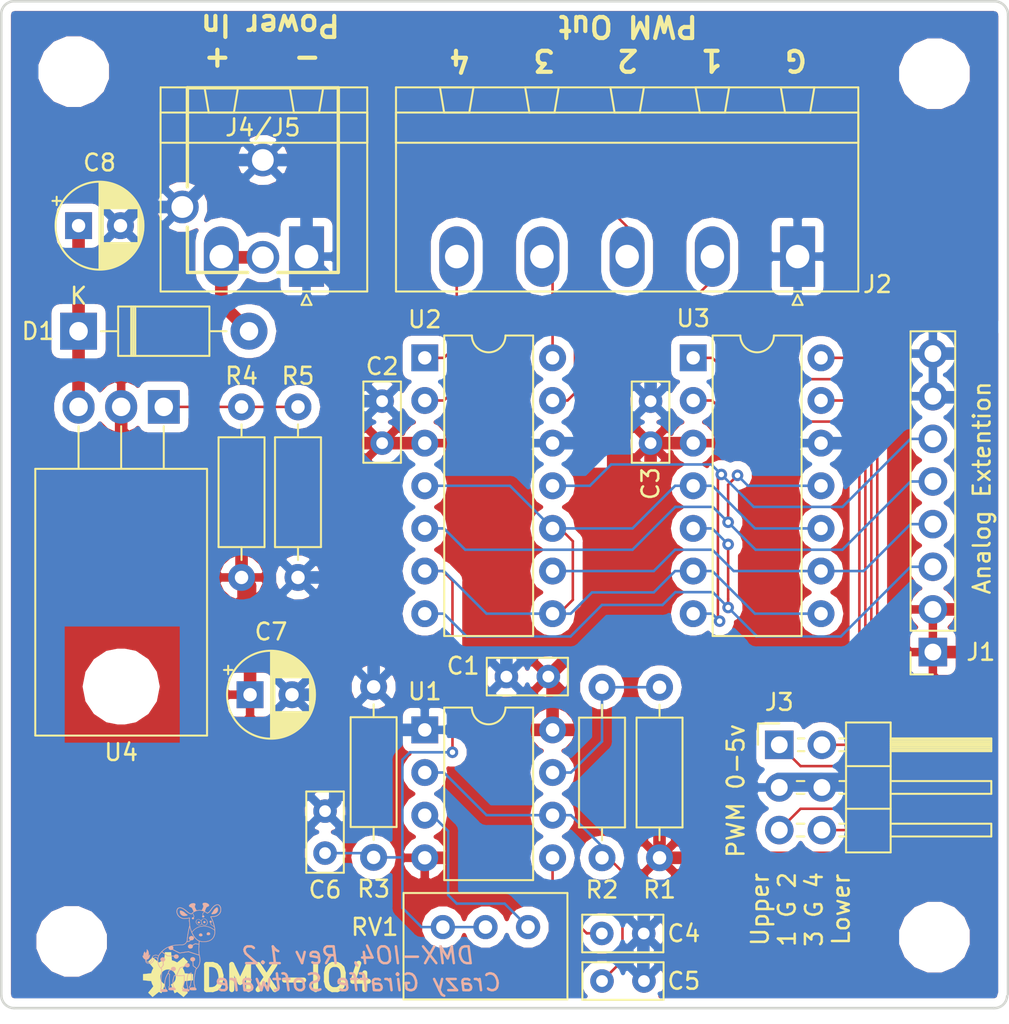
<source format=kicad_pcb>
(kicad_pcb (version 20171130) (host pcbnew "(5.0.0)")
  (title_block (title "DMX Demonstrator - Analog IO PWM (DMX-IO4)") (date 2023-07-01) (rev 1.2) (company "Crazy Giraffe Software") (comment 2 "Designed by: SparkyBobo") (comment 3 https://creativecommons.org/licenses/by-sa/4.0/) (comment 4 "Released under the Creative Commons Attribution Share-Alike 4.0m License"))
  (layers (0 F.Cu signal hide) (31 B.Cu signal hide) (34 B.Paste user) (35 F.Paste user) (36 B.SilkS user) (37 F.SilkS user) (38 B.Mask user) (39 F.Mask user) (44 Edge.Cuts user))
  (net 0 "")
  (net 1 GND)
  (net 2 /AO1)
  (net 3 /AO0)
  (net 4 /AO3)
  (net 5 /AO2)
  (net 6 "Net-(J2-Pad2)")
  (net 7 "Net-(J2-Pad3)")
  (net 8 "Net-(J2-Pad4)")
  (net 9 "Net-(J2-Pad5)")
  (net 10 "Net-(R1-Pad2)")
  (net 11 +5V)
  (net 12 "Net-(C4-Pad2)")
  (net 13 "Net-(RV1-Pad1)")
  (net 14 "Net-(R4-Pad1)")
  (net 15 "Net-(D1-Pad2)")
  (net 16 "Net-(C2-Pad1)")
  (net 17 "Net-(J3-Pad1)")
  (net 18 "Net-(J3-Pad2)")
  (net 19 "Net-(J3-Pad5)")
  (net 20 "Net-(J3-Pad6)")
  (net 21 "Net-(C8-Pad1)")
  (net 22 "Net-(C6-Pad1)")
  (net 23 "Net-(C5-Pad2)")
  (module Connector_PinHeader_2.54mm:PinHeader_2x03_P2.54mm_Horizontal (layer F.Cu) (at 162.6108 111.252)
    (fp_text reference J3 (at 0 -2.54) (layer F.SilkS))
    (fp_text value "+5V Output")
    (pad 1 thru_hole rect (at 0 0) (size 1.7 1.7) (drill 1) (layers *.Cu *.Mask) (net 17 "Net-(J3-Pad1)"))
    (pad 2 thru_hole oval (at 2.54 0) (size 1.7 1.7) (drill 1) (layers *.Cu *.Mask) (net 18 "Net-(J3-Pad2)"))
    (pad 3 thru_hole oval (at 0 2.54) (size 1.7 1.7) (drill 1) (layers *.Cu *.Mask) (net 1 GND))
    (pad 4 thru_hole oval (at 2.54 2.54) (size 1.7 1.7) (drill 1) (layers *.Cu *.Mask) (net 1 GND))
    (pad 5 thru_hole oval (at 0 5.08) (size 1.7 1.7) (drill 1) (layers *.Cu *.Mask) (net 19 "Net-(J3-Pad5)"))
    (pad 6 thru_hole oval (at 2.54 5.08) (size 1.7 1.7) (drill 1) (layers *.Cu *.Mask) (net 20 "Net-(J3-Pad6)"))
  )
  (module Capacitor_THT:CP_Radial_D5.0mm_P2.50mm (layer F.Cu) (at 120.8405 80.3275)
    (fp_text reference C8 (at 1.25 -3.75) (layer F.SilkS))
    (fp_text value 10uF)
    (pad 1 thru_hole rect (at 0 0) (size 1.6 1.6) (drill 0.8) (layers *.Cu *.Mask) (net 21 "Net-(C8-Pad1)"))
    (pad 2 thru_hole circle (at 2.5 0) (size 1.6 1.6) (drill 0.8) (layers *.Cu *.Mask) (net 1 GND))
  )
  (module Capacitor_THT:C_Rect_L4.6mm_W2.0mm_P2.50mm_MKS02_FKP02 (layer F.Cu) (at 135.5344 117.7036 90)
    (fp_text reference C6 (at -2.1844 0 180) (layer F.SilkS))
    (fp_text value 0.68uF)
    (pad 1 thru_hole circle (at 0 0 90) (size 1.4 1.4) (drill 0.7) (layers *.Cu *.Mask) (net 22 "Net-(C6-Pad1)"))
    (pad 2 thru_hole circle (at 2.5 0 90) (size 1.4 1.4) (drill 0.7) (layers *.Cu *.Mask) (net 1 GND))
  )
  (module Package_DIP:DIP-14_W7.62mm (layer F.Cu) (at 157.48 88.2015)
    (fp_text reference U3 (at 0 -2.3495) (layer F.SilkS))
    (fp_text value LM339)
    (pad 1 thru_hole rect (at 0 0) (size 1.6 1.6) (drill 0.8) (layers *.Cu *.Mask) (net 19 "Net-(J3-Pad5)"))
    (pad 8 thru_hole oval (at 7.62 15.24) (size 1.6 1.6) (drill 0.8) (layers *.Cu *.Mask) (net 22 "Net-(C6-Pad1)"))
    (pad 2 thru_hole oval (at 0 2.54) (size 1.6 1.6) (drill 0.8) (layers *.Cu *.Mask) (net 18 "Net-(J3-Pad2)"))
    (pad 9 thru_hole oval (at 7.62 12.7) (size 1.6 1.6) (drill 0.8) (layers *.Cu *.Mask) (net 5 /AO2))
    (pad 3 thru_hole oval (at 0 5.08) (size 1.6 1.6) (drill 0.8) (layers *.Cu *.Mask) (net 11 +5V))
    (pad 10 thru_hole oval (at 7.62 10.16) (size 1.6 1.6) (drill 0.8) (layers *.Cu *.Mask) (net 22 "Net-(C6-Pad1)"))
    (pad 4 thru_hole oval (at 0 7.62) (size 1.6 1.6) (drill 0.8) (layers *.Cu *.Mask) (net 22 "Net-(C6-Pad1)"))
    (pad 11 thru_hole oval (at 7.62 7.62) (size 1.6 1.6) (drill 0.8) (layers *.Cu *.Mask) (net 2 /AO1))
    (pad 5 thru_hole oval (at 0 10.16) (size 1.6 1.6) (drill 0.8) (layers *.Cu *.Mask) (net 4 /AO3))
    (pad 12 thru_hole oval (at 7.62 5.08) (size 1.6 1.6) (drill 0.8) (layers *.Cu *.Mask) (net 1 GND))
    (pad 6 thru_hole oval (at 0 12.7) (size 1.6 1.6) (drill 0.8) (layers *.Cu *.Mask) (net 22 "Net-(C6-Pad1)"))
    (pad 13 thru_hole oval (at 7.62 2.54) (size 1.6 1.6) (drill 0.8) (layers *.Cu *.Mask) (net 17 "Net-(J3-Pad1)"))
    (pad 7 thru_hole oval (at 0 15.24) (size 1.6 1.6) (drill 0.8) (layers *.Cu *.Mask) (net 3 /AO0))
    (pad 14 thru_hole oval (at 7.62 0) (size 1.6 1.6) (drill 0.8) (layers *.Cu *.Mask) (net 20 "Net-(J3-Pad6)"))
  )
  (module Package_TO_SOT_THT:TO-220-3_Horizontal_TabDown (layer F.Cu) (at 125.9205 91.1225 180)
    (fp_text reference U4 (at 2.54 -20.58 180) (layer F.SilkS))
    (fp_text value LM317T)
    (pad "" np_thru_hole oval (at 2.54 -16.66 180) (size 3.5 3.5) (drill 3.5) (layers *.Cu *.Mask))
    (pad 1 thru_hole rect (at 0 0 180) (size 1.905 2) (drill 1.1) (layers *.Cu *.Mask) (net 14 "Net-(R4-Pad1)"))
    (pad 2 thru_hole oval (at 2.54 0 180) (size 1.905 2) (drill 1.1) (layers *.Cu *.Mask) (net 16 "Net-(C2-Pad1)"))
    (pad 3 thru_hole oval (at 5.08 0 180) (size 1.905 2) (drill 1.1) (layers *.Cu *.Mask) (net 21 "Net-(C8-Pad1)"))
  )
  (module Connector_Phoenix_MSTB:PhoenixContact_MSTBA_2,5_5-G-5,08_1x05_P5.08mm_Horizontal (layer F.Cu) (at 163.703 82.169 180)
    (fp_text reference J2 (at -4.7625 -1.651 180) (layer F.SilkS))
    (fp_text value "Vo Output")
    (pad 1 thru_hole rect (at 0 0 180) (size 2.08 3.6) (drill 1.4) (layers *.Cu *.Mask) (net 1 GND))
    (pad 2 thru_hole oval (at 5.08 0 180) (size 2.08 3.6) (drill 1.4) (layers *.Cu *.Mask) (net 6 "Net-(J2-Pad2)"))
    (pad 3 thru_hole oval (at 10.16 0 180) (size 2.08 3.6) (drill 1.4) (layers *.Cu *.Mask) (net 7 "Net-(J2-Pad3)"))
    (pad 4 thru_hole oval (at 15.24 0 180) (size 2.08 3.6) (drill 1.4) (layers *.Cu *.Mask) (net 8 "Net-(J2-Pad4)"))
    (pad 5 thru_hole oval (at 20.32 0 180) (size 2.08 3.6) (drill 1.4) (layers *.Cu *.Mask) (net 9 "Net-(J2-Pad5)"))
  )
  (module Capacitor_THT:CP_Radial_D5.0mm_P2.50mm (layer F.Cu) (at 131.064 108.2675)
    (fp_text reference C7 (at 1.25 -3.75) (layer F.SilkS))
    (fp_text value 10uF)
    (pad 1 thru_hole rect (at 0 0) (size 1.6 1.6) (drill 0.8) (layers *.Cu *.Mask) (net 16 "Net-(C2-Pad1)"))
    (pad 2 thru_hole circle (at 2.5 0) (size 1.6 1.6) (drill 0.8) (layers *.Cu *.Mask) (net 1 GND))
  )
  (module Connector_Phoenix_MSTB:PhoenixContact_MSTBA_2,5_2-G-5,08_1x02_P5.08mm_Horizontal (layer F.Cu) (at 134.4295 82.169 180)
    (fp_text reference J4 hide)
    (fp_text value Power)
    (pad 1 thru_hole rect (at 0 0 180) (size 2.08 3.6) (drill 1.4) (layers *.Cu *.Mask) (net 1 GND))
    (pad 2 thru_hole oval (at 5.08 0 180) (size 2.08 3.6) (drill 1.4) (layers *.Cu *.Mask) (net 15 "Net-(D1-Pad2)"))
  )
  (module Connectors:POWER_JACK_PTH_BREAD (layer F.Cu) (at 131.826 68.5165 180)
    (fp_text reference J5 hide)
    (fp_text value Power hide)
    (pad GND thru_hole circle (at 0 -7.8994 180) (size 1.94818 1.94818) (drill 1.29794) (layers *.Cu *.Mask) (net 1 GND))
    (pad GNDB thru_hole circle (at 4.79806 -10.69848 180) (size 1.94818 1.94818) (drill 1.29794) (layers *.Cu *.Mask) (net 1 GND))
    (pad PWR thru_hole circle (at 0 -13.69822 180) (size 1.94818 1.94818) (drill 1.29794) (layers *.Cu *.Mask) (net 15 "Net-(D1-Pad2)"))
  )
  (module Diode_THT:D_DO-41_SOD81_P10.16mm_Horizontal (layer F.Cu) (at 120.8405 86.614)
    (fp_text reference D1 (at -2.413 0) (layer F.SilkS))
    (fp_text value 1N5819)
    (fp_text user K (at 0 -2.1) (layer F.SilkS))
    (pad 1 thru_hole rect (at 0 0) (size 2.2 2.2) (drill 1.1) (layers *.Cu *.Mask) (net 21 "Net-(C8-Pad1)"))
    (pad 2 thru_hole oval (at 10.16 0) (size 2.2 2.2) (drill 1.1) (layers *.Cu *.Mask) (net 15 "Net-(D1-Pad2)"))
  )
  (module Resistor_THT:R_Axial_DIN0207_L6.3mm_D2.5mm_P10.16mm_Horizontal (layer F.Cu) (at 130.556 91.1225 270)
    (fp_text reference R4 (at -1.8415 0 180) (layer F.SilkS))
    (fp_text value "392 1%")
    (pad 2 thru_hole oval (at 10.16 0 270) (size 1.6 1.6) (drill 0.8) (layers *.Cu *.Mask) (net 16 "Net-(C2-Pad1)"))
    (pad 1 thru_hole circle (at 0 0 270) (size 1.6 1.6) (drill 0.8) (layers *.Cu *.Mask) (net 14 "Net-(R4-Pad1)"))
  )
  (module Resistor_THT:R_Axial_DIN0207_L6.3mm_D2.5mm_P10.16mm_Horizontal (layer F.Cu) (at 133.9215 101.2825 90)
    (fp_text reference R5 (at 12.0015 0 180) (layer F.SilkS))
    (fp_text value "2.74k 1%")
    (pad 1 thru_hole circle (at 0 0 90) (size 1.6 1.6) (drill 0.8) (layers *.Cu *.Mask) (net 1 GND))
    (pad 2 thru_hole oval (at 10.16 0 90) (size 1.6 1.6) (drill 0.8) (layers *.Cu *.Mask) (net 14 "Net-(R4-Pad1)"))
  )
  (module Package_DIP:DIP-14_W7.62mm (layer F.Cu) (at 141.478 88.2015)
    (fp_text reference U2 (at 0 -2.286) (layer F.SilkS))
    (fp_text value LM339)
    (pad 14 thru_hole oval (at 7.62 0) (size 1.6 1.6) (drill 0.8) (layers *.Cu *.Mask) (net 8 "Net-(J2-Pad4)"))
    (pad 7 thru_hole oval (at 0 15.24) (size 1.6 1.6) (drill 0.8) (layers *.Cu *.Mask) (net 4 /AO3))
    (pad 13 thru_hole oval (at 7.62 2.54) (size 1.6 1.6) (drill 0.8) (layers *.Cu *.Mask) (net 6 "Net-(J2-Pad2)"))
    (pad 6 thru_hole oval (at 0 12.7) (size 1.6 1.6) (drill 0.8) (layers *.Cu *.Mask) (net 22 "Net-(C6-Pad1)"))
    (pad 12 thru_hole oval (at 7.62 5.08) (size 1.6 1.6) (drill 0.8) (layers *.Cu *.Mask) (net 1 GND))
    (pad 5 thru_hole oval (at 0 10.16) (size 1.6 1.6) (drill 0.8) (layers *.Cu *.Mask) (net 2 /AO1))
    (pad 11 thru_hole oval (at 7.62 7.62) (size 1.6 1.6) (drill 0.8) (layers *.Cu *.Mask) (net 3 /AO0))
    (pad 4 thru_hole oval (at 0 7.62) (size 1.6 1.6) (drill 0.8) (layers *.Cu *.Mask) (net 22 "Net-(C6-Pad1)"))
    (pad 10 thru_hole oval (at 7.62 10.16) (size 1.6 1.6) (drill 0.8) (layers *.Cu *.Mask) (net 22 "Net-(C6-Pad1)"))
    (pad 3 thru_hole oval (at 0 5.08) (size 1.6 1.6) (drill 0.8) (layers *.Cu *.Mask) (net 16 "Net-(C2-Pad1)"))
    (pad 9 thru_hole oval (at 7.62 12.7) (size 1.6 1.6) (drill 0.8) (layers *.Cu *.Mask) (net 5 /AO2))
    (pad 2 thru_hole oval (at 0 2.54) (size 1.6 1.6) (drill 0.8) (layers *.Cu *.Mask) (net 7 "Net-(J2-Pad3)"))
    (pad 8 thru_hole oval (at 7.62 15.24) (size 1.6 1.6) (drill 0.8) (layers *.Cu *.Mask) (net 22 "Net-(C6-Pad1)"))
    (pad 1 thru_hole rect (at 0 0) (size 1.6 1.6) (drill 0.8) (layers *.Cu *.Mask) (net 9 "Net-(J2-Pad5)"))
  )
  (module Capacitor_THT:C_Rect_L4.6mm_W2.0mm_P2.50mm_MKS02_FKP02 (layer F.Cu) (at 154.94 93.2815 90)
    (fp_text reference C3 (at -2.413 0 90) (layer F.SilkS))
    (fp_text value 0.1uF)
    (pad 1 thru_hole circle (at 0 0 90) (size 1.4 1.4) (drill 0.7) (layers *.Cu *.Mask) (net 11 +5V))
    (pad 2 thru_hole circle (at 2.5 0 90) (size 1.4 1.4) (drill 0.7) (layers *.Cu *.Mask) (net 1 GND))
  )
  (module Capacitor_THT:C_Rect_L4.6mm_W2.0mm_P2.50mm_MKS02_FKP02 (layer F.Cu) (at 154.5317 122.4915 180)
    (fp_text reference C4 (at -2.3895 0 180) (layer F.SilkS))
    (fp_text value 100nf)
    (pad 2 thru_hole circle (at 2.5 0 180) (size 1.4 1.4) (drill 0.7) (layers *.Cu *.Mask) (net 12 "Net-(C4-Pad2)"))
    (pad 1 thru_hole circle (at 0 0 180) (size 1.4 1.4) (drill 0.7) (layers *.Cu *.Mask) (net 1 GND))
  )
  (module Capacitor_THT:C_Rect_L4.6mm_W2.0mm_P2.50mm_MKS02_FKP02 (layer F.Cu) (at 154.5444 125.3236 180)
    (fp_text reference C5 (at -2.3768 0) (layer F.SilkS))
    (fp_text value 0.68uF)
    (pad 1 thru_hole circle (at 0 0 180) (size 1.4 1.4) (drill 0.7) (layers *.Cu *.Mask) (net 1 GND))
    (pad 2 thru_hole circle (at 2.5 0 180) (size 1.4 1.4) (drill 0.7) (layers *.Cu *.Mask) (net 23 "Net-(C5-Pad2)"))
  )
  (module Potentiometer_THT:Potentiometer_Bourns_3299W_Vertical (layer F.Cu) (at 147.6375 122.1105)
    (fp_text reference RV1 (at -9.144 0 -180) (layer F.SilkS))
    (fp_text value 10k)
    (pad 1 thru_hole circle (at 0 0) (size 1.44 1.44) (drill 0.8) (layers *.Cu *.Mask) (net 13 "Net-(RV1-Pad1)"))
    (pad 2 thru_hole circle (at -2.54 0) (size 1.44 1.44) (drill 0.8) (layers *.Cu *.Mask) (net 22 "Net-(C6-Pad1)"))
    (pad 3 thru_hole circle (at -5.08 0) (size 1.44 1.44) (drill 0.8) (layers *.Cu *.Mask) (net 22 "Net-(C6-Pad1)"))
  )
  (module Resistor_THT:R_Axial_DIN0207_L6.3mm_D2.5mm_P10.16mm_Horizontal (layer F.Cu) (at 155.4734 117.983 90)
    (fp_text reference R1 (at -1.905 0 180) (layer F.SilkS))
    (fp_text value 330)
    (pad 2 thru_hole oval (at 10.16 0 90) (size 1.6 1.6) (drill 0.8) (layers *.Cu *.Mask) (net 10 "Net-(R1-Pad2)"))
    (pad 1 thru_hole circle (at 0 0 90) (size 1.6 1.6) (drill 0.8) (layers *.Cu *.Mask) (net 11 +5V))
  )
  (module Resistor_THT:R_Axial_DIN0207_L6.3mm_D2.5mm_P10.16mm_Horizontal (layer F.Cu) (at 152.0444 107.823 270)
    (fp_text reference R2 (at 12.065 0) (layer F.SilkS))
    (fp_text value 10k)
    (pad 1 thru_hole circle (at 0 0 270) (size 1.6 1.6) (drill 0.8) (layers *.Cu *.Mask) (net 10 "Net-(R1-Pad2)"))
    (pad 2 thru_hole oval (at 10.16 0 270) (size 1.6 1.6) (drill 0.8) (layers *.Cu *.Mask) (net 23 "Net-(C5-Pad2)"))
  )
  (module Resistor_THT:R_Axial_DIN0207_L6.3mm_D2.5mm_P10.16mm_Horizontal (layer F.Cu) (at 138.43 107.7976 270)
    (fp_text reference R3 (at 12.0396 0) (layer F.SilkS))
    (fp_text value 10k)
    (pad 2 thru_hole oval (at 10.16 0 270) (size 1.6 1.6) (drill 0.8) (layers *.Cu *.Mask) (net 22 "Net-(C6-Pad1)"))
    (pad 1 thru_hole circle (at 0 0 270) (size 1.6 1.6) (drill 0.8) (layers *.Cu *.Mask) (net 1 GND))
  )
  (module Connector_PinSocket_2.54mm:PinSocket_1x08_P2.54mm_Vertical (layer F.Cu) (at 171.7675 105.7275 180)
    (fp_text reference J1 (at -2.8575 0 180) (layer F.SilkS))
    (fp_text value "Analog Extension")
    (pad 1 thru_hole rect (at 0 0 180) (size 1.7 1.7) (drill 1) (layers *.Cu *.Mask) (net 11 +5V))
    (pad 2 thru_hole oval (at 0 2.54 180) (size 1.7 1.7) (drill 1) (layers *.Cu *.Mask) (net 11 +5V))
    (pad 3 thru_hole oval (at 0 5.08 180) (size 1.7 1.7) (drill 1) (layers *.Cu *.Mask) (net 4 /AO3))
    (pad 4 thru_hole oval (at 0 7.62 180) (size 1.7 1.7) (drill 1) (layers *.Cu *.Mask) (net 5 /AO2))
    (pad 5 thru_hole oval (at 0 10.16 180) (size 1.7 1.7) (drill 1) (layers *.Cu *.Mask) (net 2 /AO1))
    (pad 6 thru_hole oval (at 0 12.7 180) (size 1.7 1.7) (drill 1) (layers *.Cu *.Mask) (net 3 /AO0))
    (pad 7 thru_hole oval (at 0 15.24 180) (size 1.7 1.7) (drill 1) (layers *.Cu *.Mask) (net 1 GND))
    (pad 8 thru_hole oval (at 0 17.78 180) (size 1.7 1.7) (drill 1) (layers *.Cu *.Mask) (net 1 GND))
  )
  (module Package_DIP:DIP-8_W7.62mm (layer F.Cu) (at 141.478 110.363)
    (fp_text reference U1 (at 0 -2.286) (layer F.SilkS))
    (fp_text value LM555)
    (pad 1 thru_hole rect (at 0 0) (size 1.6 1.6) (drill 0.8) (layers *.Cu *.Mask) (net 1 GND))
    (pad 5 thru_hole oval (at 7.62 7.62) (size 1.6 1.6) (drill 0.8) (layers *.Cu *.Mask) (net 12 "Net-(C4-Pad2)"))
    (pad 2 thru_hole oval (at 0 2.54) (size 1.6 1.6) (drill 0.8) (layers *.Cu *.Mask) (net 23 "Net-(C5-Pad2)"))
    (pad 6 thru_hole oval (at 7.62 5.08) (size 1.6 1.6) (drill 0.8) (layers *.Cu *.Mask) (net 23 "Net-(C5-Pad2)"))
    (pad 3 thru_hole oval (at 0 5.08) (size 1.6 1.6) (drill 0.8) (layers *.Cu *.Mask) (net 13 "Net-(RV1-Pad1)"))
    (pad 7 thru_hole oval (at 7.62 2.54) (size 1.6 1.6) (drill 0.8) (layers *.Cu *.Mask) (net 10 "Net-(R1-Pad2)"))
    (pad 4 thru_hole oval (at 0 7.62) (size 1.6 1.6) (drill 0.8) (layers *.Cu *.Mask) (net 11 +5V))
    (pad 8 thru_hole oval (at 7.62 0) (size 1.6 1.6) (drill 0.8) (layers *.Cu *.Mask) (net 11 +5V))
  )
  (module Capacitor_THT:C_Rect_L4.6mm_W2.0mm_P2.50mm_MKS02_FKP02 (layer F.Cu) (at 138.938 93.2815 90)
    (fp_text reference C2 (at 4.572 0 180) (layer F.SilkS))
    (fp_text value 0.1uF)
    (pad 2 thru_hole circle (at 2.5 0 90) (size 1.4 1.4) (drill 0.7) (layers *.Cu *.Mask) (net 1 GND))
    (pad 1 thru_hole circle (at 0 0 90) (size 1.4 1.4) (drill 0.7) (layers *.Cu *.Mask) (net 16 "Net-(C2-Pad1)"))
  )
  (module Capacitor_THT:C_Rect_L4.6mm_W2.0mm_P2.50mm_MKS02_FKP02 (layer F.Cu) (at 148.844 107.188 180)
    (fp_text reference C1 (at 5.08 0.635 180) (layer F.SilkS))
    (fp_text value 0.1uF)
    (pad 1 thru_hole circle (at 0 0 180) (size 1.4 1.4) (drill 0.7) (layers *.Cu *.Mask) (net 11 +5V))
    (pad 2 thru_hole circle (at 2.5 0 180) (size 1.4 1.4) (drill 0.7) (layers *.Cu *.Mask) (net 1 GND))
  )
  (module MountingHole:MountingHole_3.2mm_M3 (layer F.Cu) (at 171.864 71.2775)
    (fp_text reference MH2 hide)
    (fp_text value MountingHole)
    (pad 1 np_thru_hole circle (at 0 0) (size 3.2 3.2) (drill 3.2) (layers *.Cu *.Mask))
  )
  (module MountingHole:MountingHole_3.2mm_M3 (layer F.Cu) (at 120.429 122.9665)
    (fp_text reference MH3 hide)
    (fp_text value MountingHole)
    (pad 1 np_thru_hole circle (at 0 0) (size 3.2 3.2) (drill 3.2) (layers *.Cu *.Mask))
  )
  (module MountingHole:MountingHole_3.2mm_M3 (layer F.Cu) (at 171.864 122.7125)
    (fp_text reference MH4 hide)
    (fp_text value MountingHole)
    (pad 1 np_thru_hole circle (at 0 0) (size 3.2 3.2) (drill 3.2) (layers *.Cu *.Mask))
  )
  (module MountingHole:MountingHole_3.2mm_M3 (layer F.Cu) (at 120.556 71.1505)
    (fp_text reference MH1 hide)
    (fp_text value MountingHole)
    (pad 1 np_thru_hole circle (at 0 0) (size 3.2 3.2) (drill 3.2) (layers *.Cu *.Mask))
  )
  (module footprints:OSHW-LOGO-S (layer F.Cu) (at 126.1745 125.095)
    (fp_text reference "" (at 0 0) (layer F.SilkS) (effects (font (size 1.524 1.524))))
    (fp_text value "" (at 0 0) (layer F.SilkS) (effects (font (size 1.524 1.524))))
  )
  (module footprints:logo_cr_5x5 (layer B.Cu) (at 127 123.317 180)
    (fp_text reference G*** hide)
    (fp_text value LOGO hide)
  )
  (gr_text "PWM 0-5v" (at 160.02 113.9952 90) (layer F.SilkS) (effects (font (size 1 1))))
  (gr_text "Upper\n1 G 2\n3 G 4\nLower" (at 163.8808 121.0564 90) (layer F.SilkS) (effects (font (size 1 1))))
  (gr_text J4/J5 (at 131.826 74.4855) (layer F.SilkS) (effects (font (size 1 1))))
  (gr_text " -    +\nPower In" (at 132.2705 69.4055 180) (layer F.SilkS) (effects (font (size 1.25 1.25) (thickness 0.25))))
  (gr_text "Analog Extention" (at 174.6885 95.9485 90) (layer F.SilkS) (effects (font (size 1 1))))
  (gr_line (start 116.9949 66.9595) (end 175.4149 66.9595) (layer Edge.Cuts) (width 0.15))
  (gr_line (start 176.2507 67.7775) (end 176.2455 126.111) (layer Edge.Cuts) (width 0.15))
  (gr_arc (start 175.4327 126.1745) (end 175.387 126.9365) (angle -90) (layer Edge.Cuts) (width 0.15))
  (gr_arc (start 175.4327 67.7775) (end 176.2507 67.7775) (angle -90) (layer Edge.Cuts) (width 0.15))
  (gr_arc (start 116.9949 67.7215) (end 116.9949 66.9595) (angle -90) (layer Edge.Cuts) (width 0.15))
  (gr_arc (start 117 126.1745) (end 116.238 126.1745) (angle -90) (layer Edge.Cuts) (width 0.15))
  (gr_line (start 117 126.9365) (end 175.387 126.9365) (layer Edge.Cuts) (width 0.15))
  (gr_line (start 116.2329 126.1975) (end 116.2329 67.7215) (layer Edge.Cuts) (width 0.15))
  (gr_text "DMX-IO4, Rev 1.2\nCrazy Giraffe Software\n\n" (at 137.541 125.4125) (layer B.SilkS) (effects (font (size 1 1) (thickness 0.15) italic) (justify mirror)))
  (gr_text DMX-IO4 (at 133.223 125.1585) (layer F.SilkS) (effects (font (size 1.5 1.5) (thickness 0.3))))
  (gr_text "G    1    2    3    4\nPWM Out" (at 153.6065 69.469 180) (layer F.SilkS) (effects (font (size 1.25 1.25) (thickness 0.25))))
  (segment (start 171.7675 90.4875) (end 171.831 90.551) (width 0.75) (layer B.Cu) (net 1))
  (segment (start 171.831 90.551) (end 174.752 90.551) (width 0.75) (layer B.Cu) (net 1))
  (segment (start 129.82702 76.4159) (end 127.02794 79.21498) (width 0.75) (layer B.Cu) (net 1))
  (segment (start 131.826 76.4159) (end 129.82702 76.4159) (width 0.75) (layer B.Cu) (net 1))
  (segment (start 124.45302 79.21498) (end 123.3405 80.3275) (width 0.75) (layer B.Cu) (net 1))
  (segment (start 127.02794 79.21498) (end 124.45302 79.21498) (width 0.75) (layer B.Cu) (net 1))
  (segment (start 131.8641 76.454) (end 131.826 76.4159) (width 0.75) (layer B.Cu) (net 1))
  (segment (start 171.7675 87.9475) (end 174.752 87.9475) (width 0.75) (layer B.Cu) (net 1))
  (segment (start 174.752 85.598) (end 174.752 87.9475) (width 0.75) (layer B.Cu) (net 1))
  (segment (start 174.752 87.9475) (end 174.752 90.551) (width 0.75) (layer B.Cu) (net 1))
  (segment (start 149.098 93.2815) (end 151.3205 93.2815) (width 0.75) (layer B.Cu) (net 1))
  (segment (start 151.3205 93.2815) (end 151.3205 85.598) (width 0.75) (layer B.Cu) (net 1))
  (segment (start 137.16 85.598) (end 151.3205 85.598) (width 0.75) (layer B.Cu) (net 1))
  (segment (start 151.3205 85.598) (end 154.94 85.598) (width 0.75) (layer B.Cu) (net 1))
  (segment (start 167.132 85.598) (end 174.752 85.598) (width 0.75) (layer B.Cu) (net 1))
  (segment (start 162.56 113.284) (end 165.1 113.284) (width 0.75) (layer B.Cu) (net 1))
  (segment (start 165.1 113.284) (end 174.752 113.284) (width 0.75) (layer B.Cu) (net 1))
  (segment (start 174.752 90.551) (end 174.752 113.284) (width 0.75) (layer B.Cu) (net 1))
  (segment (start 154.94 90.7815) (end 154.94 85.598) (width 0.75) (layer B.Cu) (net 1))
  (segment (start 167.132 93.2815) (end 167.132 85.598) (width 0.75) (layer B.Cu) (net 1))
  (segment (start 165.1 93.2815) (end 167.132 93.2815) (width 0.75) (layer B.Cu) (net 1))
  (segment (start 154.5082 121.9562) (end 154.5082 124.7902) (width 0.75) (layer B.Cu) (net 1))
  (segment (start 154.5317 121.9327) (end 154.5082 121.9562) (width 0.75) (layer B.Cu) (net 1))
  (segment (start 174.752 113.284) (end 174.752 118.11) (width 0.75) (layer B.Cu) (net 1))
  (segment (start 170.18 118.11) (end 168.3385 119.9515) (width 0.75) (layer B.Cu) (net 1))
  (segment (start 168.3385 119.9515) (end 154.5806 119.9515) (width 0.75) (layer B.Cu) (net 1))
  (segment (start 174.752 118.11) (end 170.18 118.11) (width 0.75) (layer B.Cu) (net 1))
  (segment (start 154.5806 119.9515) (end 154.5317 120.0004) (width 0.75) (layer B.Cu) (net 1))
  (segment (start 154.5317 120.0004) (end 154.5317 121.9327) (width 0.75) (layer B.Cu) (net 1))
  (segment (start 146.344 105.8056) (end 146.304 105.7656) (width 0.75) (layer B.Cu) (net 1))
  (segment (start 146.344 107.188) (end 146.344 105.8056) (width 0.75) (layer B.Cu) (net 1))
  (segment (start 136.144 83.8835) (end 134.4295 82.169) (width 0.75) (layer B.Cu) (net 1))
  (segment (start 137.16 85.598) (end 136.144 85.598) (width 0.75) (layer B.Cu) (net 1))
  (segment (start 136.144 85.598) (end 136.144 83.8835) (width 0.75) (layer B.Cu) (net 1))
  (segment (start 136.144 90.805) (end 136.144 85.598) (width 0.75) (layer B.Cu) (net 1))
  (segment (start 136.1675 90.7815) (end 136.144 90.805) (width 0.75) (layer B.Cu) (net 1))
  (segment (start 138.938 90.7815) (end 136.1675 90.7815) (width 0.75) (layer B.Cu) (net 1))
  (segment (start 134.4295 82.169) (end 134.4295 77.343) (width 0.75) (layer B.Cu) (net 1))
  (segment (start 133.5024 76.4159) (end 131.826 76.4159) (width 0.75) (layer B.Cu) (net 1))
  (segment (start 134.4295 77.343) (end 133.5024 76.4159) (width 0.75) (layer B.Cu) (net 1))
  (segment (start 138.43 107.7976) (end 138.43 105.7656) (width 0.75) (layer B.Cu) (net 1))
  (segment (start 146.304 105.7656) (end 138.43 105.7656) (width 0.75) (layer B.Cu) (net 1))
  (segment (start 138.43 105.7656) (end 136.144 105.7656) (width 0.75) (layer B.Cu) (net 1))
  (segment (start 136.144 114.594) (end 135.5344 115.2036) (width 0.75) (layer B.Cu) (net 1))
  (segment (start 141.478 110.363) (end 136.144 110.363) (width 0.75) (layer B.Cu) (net 1))
  (segment (start 136.144 110.363) (end 136.144 114.594) (width 0.75) (layer B.Cu) (net 1))
  (segment (start 133.564 108.2675) (end 136.144 108.2675) (width 0.75) (layer B.Cu) (net 1))
  (segment (start 136.144 105.7656) (end 136.144 108.2675) (width 0.75) (layer B.Cu) (net 1))
  (segment (start 136.144 108.2675) (end 136.144 110.363) (width 0.75) (layer B.Cu) (net 1))
  (segment (start 133.9215 101.2825) (end 136.144 101.2825) (width 0.75) (layer B.Cu) (net 1))
  (segment (start 136.144 105.7656) (end 136.144 101.2825) (width 0.75) (layer B.Cu) (net 1))
  (segment (start 136.144 101.2825) (end 136.144 90.805) (width 0.75) (layer B.Cu) (net 1))
  (segment (start 154.94 85.598) (end 167.132 85.598) (width 0.75) (layer B.Cu) (net 1))
  (segment (start 170.434 95.5675) (end 171.7675 95.5675) (width 0.1524) (layer B.Cu) (net 2))
  (segment (start 166.37 99.6315) (end 170.434 95.5675) (width 0.1524) (layer B.Cu) (net 2))
  (segment (start 161.2011 99.6315) (end 166.37 99.6315) (width 0.1524) (layer B.Cu) (net 2))
  (segment (start 142.621 98.3615) (end 143.891 99.6315) (width 0.1524) (layer B.Cu) (net 2))
  (segment (start 143.891 99.6315) (end 153.8605 99.6315) (width 0.1524) (layer B.Cu) (net 2))
  (segment (start 141.478 98.3615) (end 142.621 98.3615) (width 0.1524) (layer B.Cu) (net 2))
  (segment (start 153.8605 99.6315) (end 156.4132 97.0788) (width 0.1524) (layer B.Cu) (net 2))
  (segment (start 156.4132 97.0788) (end 158.6484 97.0788) (width 0.1524) (layer B.Cu) (net 2))
  (segment (start 158.6484 97.0788) (end 159.5628 97.9932) (width 0.1524) (layer B.Cu) (net 2))
  (segment (start 159.5628 97.9932) (end 161.2011 99.6315) (width 0.1524) (layer B.Cu) (net 2))
  (via (at 159.5628 97.9932) (size 0.6858) (drill 0.3302) (layers F.Cu B.Cu) (net 2))
  (via (at 160.1216 95.1992) (size 0.6858) (drill 0.3302) (layers F.Cu B.Cu) (net 2))
  (segment (start 159.5628 97.9932) (end 159.5628 95.758) (width 0.1524) (layer F.Cu) (net 2))
  (segment (start 159.5628 95.758) (end 160.1216 95.1992) (width 0.1524) (layer F.Cu) (net 2))
  (segment (start 160.7439 95.8215) (end 160.1216 95.1992) (width 0.1524) (layer B.Cu) (net 2))
  (segment (start 165.1 95.8215) (end 160.7439 95.8215) (width 0.1524) (layer B.Cu) (net 2))
  (segment (start 170.434 93.0275) (end 171.7675 93.0275) (width 0.1524) (layer B.Cu) (net 3))
  (segment (start 166.3827 97.0788) (end 167.8051 95.6564) (width 0.1524) (layer B.Cu) (net 3))
  (segment (start 161.0868 97.0788) (end 166.3827 97.0788) (width 0.1524) (layer B.Cu) (net 3))
  (segment (start 167.8051 95.6564) (end 170.434 93.0275) (width 0.1524) (layer B.Cu) (net 3))
  (segment (start 167.5765 95.885) (end 167.8051 95.6564) (width 0.1524) (layer B.Cu) (net 3))
  (segment (start 149.098 95.8215) (end 151.3205 95.8215) (width 0.1524) (layer B.Cu) (net 3))
  (segment (start 151.3205 95.8215) (end 152.5905 94.5515) (width 0.1524) (layer B.Cu) (net 3))
  (segment (start 152.5905 94.5515) (end 158.623 94.5515) (width 0.1524) (layer B.Cu) (net 3))
  (segment (start 158.623 94.5515) (end 158.623 94.615) (width 0.1524) (layer B.Cu) (net 3))
  (via (at 159.1564 95.1484) (size 0.6858) (drill 0.3302) (layers F.Cu B.Cu) (net 3))
  (segment (start 158.623 94.615) (end 159.1564 95.1484) (width 0.1524) (layer B.Cu) (net 3))
  (segment (start 159.1564 95.1484) (end 161.0868 97.0788) (width 0.1524) (layer B.Cu) (net 3))
  (via (at 159.0548 103.886) (size 0.6858) (drill 0.3302) (layers F.Cu B.Cu) (net 3))
  (segment (start 158.9532 95.3516) (end 159.1564 95.1484) (width 0.1524) (layer F.Cu) (net 3))
  (segment (start 158.9532 103.7844) (end 158.9532 95.3516) (width 0.1524) (layer F.Cu) (net 3))
  (segment (start 159.0548 103.886) (end 158.9532 103.7844) (width 0.1524) (layer F.Cu) (net 3))
  (segment (start 158.6103 103.4415) (end 157.48 103.4415) (width 0.1524) (layer B.Cu) (net 3))
  (segment (start 159.0548 103.886) (end 158.6103 103.4415) (width 0.1524) (layer B.Cu) (net 3))
  (segment (start 157.48 98.3615) (end 158.6103 98.3615) (width 0.1524) (layer B.Cu) (net 4))
  (via (at 159.5628 99.314) (size 0.6858) (drill 0.3302) (layers F.Cu B.Cu) (net 4))
  (segment (start 158.6103 98.3615) (end 159.5628 99.314) (width 0.1524) (layer B.Cu) (net 4))
  (segment (start 159.5628 99.314) (end 159.5628 102.5652) (width 0.1524) (layer F.Cu) (net 4))
  (segment (start 161.2392 104.8004) (end 166.2811 104.8004) (width 0.1524) (layer B.Cu) (net 4))
  (segment (start 166.2811 104.8004) (end 170.434 100.6475) (width 0.1524) (layer B.Cu) (net 4))
  (segment (start 161.2392 104.7496) (end 161.2392 104.8004) (width 0.1524) (layer B.Cu) (net 4))
  (segment (start 142.621 103.4415) (end 141.478 103.4415) (width 0.1524) (layer B.Cu) (net 4))
  (segment (start 150.1648 104.8004) (end 143.9799 104.8004) (width 0.1524) (layer B.Cu) (net 4))
  (segment (start 159.5628 103.0732) (end 158.6484 102.1588) (width 0.1524) (layer B.Cu) (net 4))
  (segment (start 170.434 100.6475) (end 171.7675 100.6475) (width 0.1524) (layer B.Cu) (net 4))
  (segment (start 143.9799 104.8004) (end 142.621 103.4415) (width 0.1524) (layer B.Cu) (net 4))
  (segment (start 158.6484 102.1588) (end 156.4132 102.1588) (width 0.1524) (layer B.Cu) (net 4))
  (segment (start 155.6512 102.9208) (end 152.0444 102.9208) (width 0.1524) (layer B.Cu) (net 4))
  (segment (start 159.5628 103.0732) (end 161.2392 104.7496) (width 0.1524) (layer B.Cu) (net 4))
  (segment (start 152.0444 102.9208) (end 150.1648 104.8004) (width 0.1524) (layer B.Cu) (net 4))
  (segment (start 156.4132 102.1588) (end 155.6512 102.9208) (width 0.1524) (layer B.Cu) (net 4))
  (via (at 159.5628 103.0732) (size 0.6858) (drill 0.3302) (layers F.Cu B.Cu) (net 4))
  (segment (start 159.5628 102.5652) (end 159.5628 103.0732) (width 0.1524) (layer F.Cu) (net 4))
  (segment (start 158.623 99.6315) (end 159.893 100.9015) (width 0.1524) (layer B.Cu) (net 5))
  (segment (start 156.4005 99.6315) (end 158.623 99.6315) (width 0.1524) (layer B.Cu) (net 5))
  (segment (start 149.098 100.9015) (end 155.1305 100.9015) (width 0.1524) (layer B.Cu) (net 5))
  (segment (start 155.1305 100.9015) (end 156.4005 99.6315) (width 0.1524) (layer B.Cu) (net 5))
  (segment (start 170.434 98.1075) (end 171.7675 98.1075) (width 0.1524) (layer B.Cu) (net 5))
  (segment (start 167.64 100.9015) (end 170.434 98.1075) (width 0.1524) (layer B.Cu) (net 5))
  (segment (start 159.893 100.9015) (end 165.1 100.9015) (width 0.1524) (layer B.Cu) (net 5))
  (segment (start 165.1 100.9015) (end 167.64 100.9015) (width 0.1524) (layer B.Cu) (net 5))
  (segment (start 158.623 83.566) (end 158.623 82.169) (width 0.1524) (layer F.Cu) (net 6))
  (segment (start 149.987 90.7415) (end 150.4315 90.297) (width 0.1524) (layer F.Cu) (net 6))
  (segment (start 149.098 90.7415) (end 149.987 90.7415) (width 0.1524) (layer F.Cu) (net 6))
  (segment (start 150.4315 90.297) (end 150.4315 85.471) (width 0.1524) (layer F.Cu) (net 6))
  (segment (start 150.4315 85.471) (end 151.257 84.6455) (width 0.1524) (layer F.Cu) (net 6))
  (segment (start 151.257 84.6455) (end 157.5435 84.6455) (width 0.1524) (layer F.Cu) (net 6))
  (segment (start 157.5435 84.6455) (end 158.623 83.566) (width 0.1524) (layer F.Cu) (net 6))
  (segment (start 153.543 80.391) (end 153.543 82.169) (width 0.1524) (layer F.Cu) (net 7))
  (segment (start 141.478 90.7415) (end 142.621 90.7415) (width 0.1524) (layer F.Cu) (net 7))
  (segment (start 145.0975 88.265) (end 145.0975 80.5815) (width 0.1524) (layer F.Cu) (net 7))
  (segment (start 145.0975 80.5815) (end 145.9865 79.6925) (width 0.1524) (layer F.Cu) (net 7))
  (segment (start 145.9865 79.6925) (end 152.8445 79.6925) (width 0.1524) (layer F.Cu) (net 7))
  (segment (start 142.621 90.7415) (end 145.0975 88.265) (width 0.1524) (layer F.Cu) (net 7))
  (segment (start 152.8445 79.6925) (end 153.543 80.391) (width 0.1524) (layer F.Cu) (net 7))
  (segment (start 149.098 82.804) (end 148.463 82.169) (width 0.1524) (layer F.Cu) (net 8))
  (segment (start 149.098 88.2015) (end 149.098 82.804) (width 0.1524) (layer F.Cu) (net 8))
  (segment (start 142.621 88.2015) (end 141.478 88.2015) (width 0.1524) (layer F.Cu) (net 9))
  (segment (start 143.383 82.169) (end 143.383 87.4395) (width 0.1524) (layer F.Cu) (net 9))
  (segment (start 143.383 87.4395) (end 142.621 88.2015) (width 0.1524) (layer F.Cu) (net 9))
  (segment (start 155.4734 107.823) (end 152.0444 107.823) (width 0.1524) (layer B.Cu) (net 10))
  (segment (start 152.0444 111.0488) (end 152.0444 107.823) (width 0.1524) (layer B.Cu) (net 10))
  (segment (start 149.098 112.903) (end 150.1902 112.903) (width 0.1524) (layer B.Cu) (net 10))
  (segment (start 150.1902 112.903) (end 152.0444 111.0488) (width 0.1524) (layer B.Cu) (net 10))
  (segment (start 174.6885 105.7275) (end 171.7675 105.7275) (width 0.75) (layer F.Cu) (net 11))
  (segment (start 171.7675 103.1875) (end 174.6885 103.1875) (width 0.75) (layer F.Cu) (net 11))
  (segment (start 174.6885 103.1875) (end 174.6885 105.7275) (width 0.75) (layer F.Cu) (net 11))
  (segment (start 174.6885 105.7275) (end 174.6885 115.3795) (width 0.75) (layer F.Cu) (net 11))
  (segment (start 150.3045 105.7275) (end 148.844 107.188) (width 0.75) (layer F.Cu) (net 11))
  (segment (start 149.098 107.442) (end 148.844 107.188) (width 0.75) (layer F.Cu) (net 11))
  (segment (start 149.098 110.363) (end 149.098 107.442) (width 0.75) (layer F.Cu) (net 11))
  (segment (start 174.6885 117.983) (end 174.6885 115.3795) (width 0.75) (layer F.Cu) (net 11))
  (segment (start 157.48 93.2815) (end 154.94 93.2815) (width 0.75) (layer F.Cu) (net 11))
  (segment (start 154.94 105.7275) (end 150.3045 105.7275) (width 0.75) (layer F.Cu) (net 11))
  (segment (start 154.94 93.2815) (end 154.94 105.7275) (width 0.75) (layer F.Cu) (net 11))
  (segment (start 169.8244 117.983) (end 169.8244 118.0084) (width 0.75) (layer F.Cu) (net 11))
  (segment (start 169.8244 117.983) (end 174.6885 117.983) (width 0.75) (layer F.Cu) (net 11))
  (segment (start 145.0086 110.363) (end 144.9832 110.3884) (width 0.75) (layer F.Cu) (net 11))
  (segment (start 149.098 110.363) (end 145.0086 110.363) (width 0.75) (layer F.Cu) (net 11))
  (segment (start 144.9832 110.3884) (end 144.9832 117.9068) (width 0.75) (layer F.Cu) (net 11))
  (segment (start 144.907 117.983) (end 141.478 117.983) (width 0.75) (layer F.Cu) (net 11))
  (segment (start 144.9832 117.9068) (end 144.907 117.983) (width 0.75) (layer F.Cu) (net 11))
  (segment (start 169.8244 117.983) (end 155.4734 117.983) (width 0.75) (layer F.Cu) (net 11))
  (segment (start 155.4734 117.983) (end 155.4734 110.4646) (width 0.75) (layer F.Cu) (net 11))
  (segment (start 155.3718 110.363) (end 155.4734 110.4646) (width 0.75) (layer F.Cu) (net 11))
  (segment (start 149.098 110.363) (end 155.3718 110.363) (width 0.75) (layer F.Cu) (net 11))
  (segment (start 152.019 122.4788) (end 152.0317 122.4915) (width 0.1524) (layer F.Cu) (net 12))
  (segment (start 151.13 122.4788) (end 152.019 122.4788) (width 0.1524) (layer F.Cu) (net 12))
  (segment (start 149.098 117.983) (end 149.098 120.4468) (width 0.1524) (layer F.Cu) (net 12))
  (segment (start 149.098 120.4468) (end 151.13 122.4788) (width 0.1524) (layer F.Cu) (net 12))
  (segment (start 141.9225 115.443) (end 141.478 115.443) (width 0.1524) (layer B.Cu) (net 13))
  (segment (start 142.875 116.3955) (end 141.9225 115.443) (width 0.1524) (layer B.Cu) (net 13))
  (segment (start 142.875 116.3955) (end 142.875 120.2055) (width 0.1524) (layer B.Cu) (net 13))
  (segment (start 142.875 120.2055) (end 143.383 120.7135) (width 0.1524) (layer B.Cu) (net 13))
  (segment (start 146.2405 120.7135) (end 147.6375 122.1105) (width 0.1524) (layer B.Cu) (net 13))
  (segment (start 143.383 120.7135) (end 146.2405 120.7135) (width 0.1524) (layer B.Cu) (net 13))
  (segment (start 125.9205 91.1225) (end 130.556 91.1225) (width 0.1524) (layer F.Cu) (net 14))
  (segment (start 130.556 91.1225) (end 133.9215 91.1225) (width 0.1524) (layer F.Cu) (net 14))
  (segment (start 129.39522 82.21472) (end 129.3495 82.169) (width 0.75) (layer F.Cu) (net 15))
  (segment (start 131.826 82.21472) (end 129.39522 82.21472) (width 0.75) (layer F.Cu) (net 15))
  (segment (start 129.3495 84.963) (end 131.0005 86.614) (width 0.75) (layer F.Cu) (net 15))
  (segment (start 129.3495 82.169) (end 129.3495 84.963) (width 0.75) (layer F.Cu) (net 15))
  (segment (start 123.3805 91.1225) (end 123.3805 92.583) (width 0.75) (layer F.Cu) (net 16))
  (segment (start 131.064 101.7905) (end 130.556 101.2825) (width 0.75) (layer F.Cu) (net 16))
  (segment (start 131.064 108.1405) (end 131.064 101.7905) (width 0.75) (layer F.Cu) (net 16))
  (segment (start 124.079 93.2815) (end 123.3805 92.583) (width 0.75) (layer F.Cu) (net 16))
  (segment (start 130.556 101.2825) (end 130.556 93.2815) (width 0.75) (layer F.Cu) (net 16))
  (segment (start 141.478 93.2815) (end 130.556 93.2815) (width 0.75) (layer F.Cu) (net 16))
  (segment (start 130.556 93.2815) (end 124.079 93.2815) (width 0.75) (layer F.Cu) (net 16))
  (segment (start 166.9923 90.7415) (end 165.1 90.7415) (width 0.1524) (layer F.Cu) (net 17))
  (segment (start 167.7416 91.4908) (end 166.9923 90.7415) (width 0.1524) (layer F.Cu) (net 17))
  (segment (start 167.7416 111.3536) (end 167.7416 91.4908) (width 0.1524) (layer F.Cu) (net 17))
  (segment (start 166.5732 112.522) (end 167.7416 111.3536) (width 0.1524) (layer F.Cu) (net 17))
  (segment (start 162.6108 111.252) (end 163.8808 112.522) (width 0.1524) (layer F.Cu) (net 17))
  (segment (start 163.8808 112.522) (end 166.5732 112.522) (width 0.1524) (layer F.Cu) (net 17))
  (segment (start 166.5732 111.252) (end 165.1508 111.252) (width 0.1524) (layer F.Cu) (net 18))
  (segment (start 158.6103 90.7415) (end 159.8676 91.9988) (width 0.1524) (layer F.Cu) (net 18))
  (segment (start 157.48 90.7415) (end 158.6103 90.7415) (width 0.1524) (layer F.Cu) (net 18))
  (segment (start 159.8676 91.9988) (end 166.8272 91.9988) (width 0.1524) (layer F.Cu) (net 18))
  (segment (start 166.8272 91.9988) (end 167.386 92.5576) (width 0.1524) (layer F.Cu) (net 18))
  (segment (start 167.386 92.5576) (end 167.386 110.4392) (width 0.1524) (layer F.Cu) (net 18))
  (segment (start 167.386 110.4392) (end 166.5732 111.252) (width 0.1524) (layer F.Cu) (net 18))
  (segment (start 158.623 88.2015) (end 157.48 88.2015) (width 0.1524) (layer F.Cu) (net 19))
  (segment (start 159.893 89.4715) (end 158.623 88.2015) (width 0.1524) (layer F.Cu) (net 19))
  (segment (start 163.8808 115.062) (end 166.5732 115.062) (width 0.1524) (layer F.Cu) (net 19))
  (segment (start 162.6108 116.332) (end 163.8808 115.062) (width 0.1524) (layer F.Cu) (net 19))
  (segment (start 166.5732 115.062) (end 168.0972 113.538) (width 0.1524) (layer F.Cu) (net 19))
  (segment (start 168.0972 113.538) (end 168.0972 90.8177) (width 0.1524) (layer F.Cu) (net 19))
  (segment (start 168.0972 90.8177) (end 166.751 89.4715) (width 0.1524) (layer F.Cu) (net 19))
  (segment (start 166.751 89.4715) (end 159.893 89.4715) (width 0.1524) (layer F.Cu) (net 19))
  (segment (start 166.751 88.2015) (end 165.1 88.2015) (width 0.1524) (layer F.Cu) (net 20))
  (segment (start 168.4528 89.9033) (end 166.751 88.2015) (width 0.1524) (layer F.Cu) (net 20))
  (segment (start 168.4528 114.4524) (end 168.4528 89.9033) (width 0.1524) (layer F.Cu) (net 20))
  (segment (start 165.1508 116.332) (end 166.5732 116.332) (width 0.1524) (layer F.Cu) (net 20))
  (segment (start 166.5732 116.332) (end 168.4528 114.4524) (width 0.1524) (layer F.Cu) (net 20))
  (segment (start 120.8405 80.3275) (end 120.8405 86.614) (width 0.75) (layer F.Cu) (net 21))
  (segment (start 120.8405 86.614) (end 120.8405 91.1225) (width 0.75) (layer F.Cu) (net 21))
  (segment (start 146.558 95.8215) (end 149.098 98.3615) (width 0.1524) (layer B.Cu) (net 22))
  (segment (start 141.478 95.8215) (end 146.558 95.8215) (width 0.1524) (layer B.Cu) (net 22))
  (segment (start 156.4005 95.8215) (end 157.48 95.8215) (width 0.1524) (layer B.Cu) (net 22))
  (segment (start 149.098 98.3615) (end 153.8605 98.3615) (width 0.1524) (layer B.Cu) (net 22))
  (segment (start 153.8605 98.3615) (end 156.4005 95.8215) (width 0.1524) (layer B.Cu) (net 22))
  (segment (start 161.163 98.3615) (end 165.1 98.3615) (width 0.1524) (layer B.Cu) (net 22))
  (segment (start 157.48 95.8215) (end 158.623 95.8215) (width 0.1524) (layer B.Cu) (net 22))
  (segment (start 158.623 95.8215) (end 161.163 98.3615) (width 0.1524) (layer B.Cu) (net 22))
  (segment (start 161.163 103.4415) (end 165.1 103.4415) (width 0.1524) (layer B.Cu) (net 22))
  (segment (start 157.48 100.9015) (end 158.623 100.9015) (width 0.1524) (layer B.Cu) (net 22))
  (segment (start 158.623 100.9015) (end 161.163 103.4415) (width 0.1524) (layer B.Cu) (net 22))
  (segment (start 156.4005 100.9015) (end 157.48 100.9015) (width 0.1524) (layer B.Cu) (net 22))
  (segment (start 155.1305 102.1715) (end 156.4005 100.9015) (width 0.1524) (layer B.Cu) (net 22))
  (segment (start 151.4475 102.1715) (end 155.1305 102.1715) (width 0.1524) (layer B.Cu) (net 22))
  (segment (start 149.098 103.4415) (end 150.1775 103.4415) (width 0.1524) (layer B.Cu) (net 22))
  (segment (start 150.1775 103.4415) (end 151.4475 102.1715) (width 0.1524) (layer B.Cu) (net 22))
  (segment (start 149.098 103.4415) (end 145.161 103.4415) (width 0.1524) (layer B.Cu) (net 22))
  (segment (start 142.621 100.9015) (end 141.478 100.9015) (width 0.1524) (layer B.Cu) (net 22))
  (segment (start 145.161 103.4415) (end 142.621 100.9015) (width 0.1524) (layer B.Cu) (net 22))
  (segment (start 149.5425 98.3615) (end 149.098 98.3615) (width 0.1524) (layer F.Cu) (net 22))
  (segment (start 150.3045 99.1235) (end 149.5425 98.3615) (width 0.1524) (layer F.Cu) (net 22))
  (segment (start 150.3045 102.616) (end 150.3045 99.1235) (width 0.1524) (layer F.Cu) (net 22))
  (segment (start 149.098 103.4415) (end 149.479 103.4415) (width 0.1524) (layer F.Cu) (net 22))
  (segment (start 149.479 103.4415) (end 150.3045 102.616) (width 0.1524) (layer F.Cu) (net 22))
  (segment (start 141.1097 100.9015) (end 141.478 100.9015) (width 0.1524) (layer F.Cu) (net 22))
  (segment (start 145.0975 122.1105) (end 142.5575 122.1105) (width 0.1524) (layer B.Cu) (net 22))
  (segment (start 138.176 117.7036) (end 138.43 117.9576) (width 0.1524) (layer B.Cu) (net 22))
  (segment (start 135.5344 117.7036) (end 138.176 117.7036) (width 0.1524) (layer B.Cu) (net 22))
  (segment (start 142.5575 122.1105) (end 141.2875 122.1105) (width 0.1524) (layer B.Cu) (net 22))
  (segment (start 141.2875 122.1105) (end 140.1445 120.9675) (width 0.1524) (layer B.Cu) (net 22))
  (segment (start 140.1445 112.141) (end 140.589 111.6965) (width 0.1524) (layer B.Cu) (net 22))
  (via (at 143.129 111.6965) (size 0.6858) (drill 0.3302) (layers F.Cu B.Cu) (net 22))
  (segment (start 143.1925 111.6965) (end 143.129 111.6965) (width 0.1524) (layer B.Cu) (net 22))
  (segment (start 140.589 111.6965) (end 143.129 111.6965) (width 0.1524) (layer B.Cu) (net 22))
  (segment (start 142.5575 100.9015) (end 141.478 100.9015) (width 0.1524) (layer F.Cu) (net 22))
  (segment (start 143.129 111.6965) (end 143.129 101.473) (width 0.1524) (layer F.Cu) (net 22))
  (segment (start 143.129 101.473) (end 142.5575 100.9015) (width 0.1524) (layer F.Cu) (net 22))
  (segment (start 140.1191 117.9576) (end 140.1445 117.983) (width 0.1524) (layer B.Cu) (net 22))
  (segment (start 138.43 117.9576) (end 140.1191 117.9576) (width 0.1524) (layer B.Cu) (net 22))
  (segment (start 140.1445 120.9675) (end 140.1445 117.983) (width 0.1524) (layer B.Cu) (net 22))
  (segment (start 140.1445 117.983) (end 140.1445 112.141) (width 0.1524) (layer B.Cu) (net 22))
  (segment (start 141.478 112.903) (end 142.621 112.903) (width 0.1524) (layer B.Cu) (net 23))
  (segment (start 145.161 115.443) (end 149.098 115.443) (width 0.1524) (layer B.Cu) (net 23))
  (segment (start 142.621 112.903) (end 145.161 115.443) (width 0.1524) (layer B.Cu) (net 23))
  (segment (start 152.0444 117.2972) (end 152.0444 117.983) (width 0.1524) (layer B.Cu) (net 23))
  (segment (start 149.098 115.443) (end 150.1902 115.443) (width 0.1524) (layer B.Cu) (net 23))
  (segment (start 150.1902 115.443) (end 152.0444 117.2972) (width 0.1524) (layer B.Cu) (net 23))
  (segment (start 152.4254 117.983) (end 152.0444 117.983) (width 0.1524) (layer F.Cu) (net 23))
  (segment (start 153.2636 118.8212) (end 152.4254 117.983) (width 0.1524) (layer F.Cu) (net 23))
  (segment (start 152.0444 125.3236) (end 153.2636 124.1044) (width 0.1524) (layer F.Cu) (net 23))
  (segment (start 153.2636 124.1044) (end 153.2636 118.8212) (width 0.1524) (layer F.Cu) (net 23))
  (zone (net 11) (net_name +5V) (layer F.Cu) (priority 1) (connect_pads (clearance 0.508)) (min_thickness 0.254) (fill yes (arc_segments 16) (thermal_gap 0.508) (thermal_bridge_width 0.508))
    (polygon (pts (xy 134.0485 126.873) (xy 134.0485 113.6015) (xy 136.8425 113.538) (xy 136.8425 100.0125) (xy 139.8905 100.0125) (xy 139.8905 94.742) (xy 152.3365 94.742) (xy 152.3365 86.614) (xy 176.2125 86.614) (xy 176.2125 126.0475) (xy 175.4505 126.8095)))
  )
  (zone (net 1) (net_name GND) (layer B.Cu) (priority 1) (connect_pads (clearance 0.508)) (min_thickness 0.254) (fill yes (arc_segments 16) (thermal_gap 0.508) (thermal_bridge_width 0.508))
    (polygon (pts (xy 176.149 126.0475) (xy 175.387 126.8095) (xy 116.967 126.8095) (xy 116.332 126.1745) (xy 116.332 67.691) (xy 116.9035 67.056) (xy 175.4505 67.056) (xy 176.149 67.691)))
  )
  (zone (net 0) (net_name "") (layer B.Cu) (connect_pads (clearance 0.508)) (min_thickness 0.254)
    (keepout (tracks not_allowed) (vias not_allowed) (copperpour not_allowed))
    (fill (arc_segments 16) (thermal_gap 0.508) (thermal_bridge_width 0.508))
    (polygon (pts (xy 120.015 104.2035) (xy 126.873 104.2035) (xy 126.873 111.125) (xy 120.015 111.125)))
  )
  (zone (net 16) (net_name "Net-(C2-Pad1)") (layer F.Cu) (connect_pads (clearance 0.508)) (min_thickness 0.254) (fill yes (arc_segments 16) (thermal_gap 0.508) (thermal_bridge_width 0.508))
    (polygon (pts (xy 139.446 99.695) (xy 136.4615 99.695) (xy 136.4615 113.157) (xy 133.7945 113.157) (xy 133.7945 126.8095) (xy 116.967 126.8095) (xy 116.332 126.1745) (xy 116.332 67.691) (xy 116.9035 67.056) (xy 175.4505 67.056) (xy 176.149 67.691) (xy 176.149 86.2965) (xy 151.9555 86.2965) (xy 151.9555 94.4245) (xy 139.446 94.488)))
  )
)
</source>
